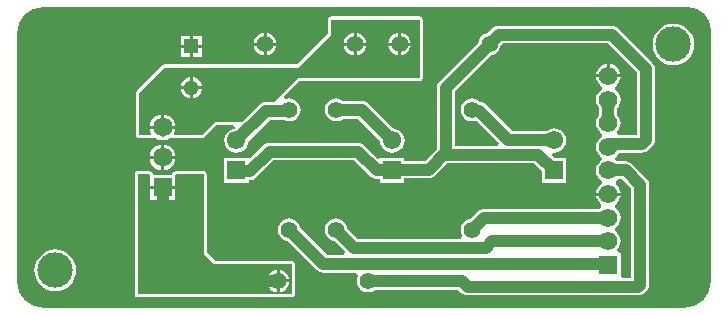
<source format=gbl>
G04*
G04 #@! TF.GenerationSoftware,Altium Limited,Altium Designer,20.0.10 (225)*
G04*
G04 Layer_Physical_Order=2*
G04 Layer_Color=16711680*
%FSLAX25Y25*%
%MOIN*%
G70*
G01*
G75*
%ADD14C,0.01181*%
%ADD18R,0.05118X0.05118*%
%ADD19C,0.05118*%
%ADD27C,0.03937*%
%ADD28C,0.05512*%
%ADD29C,0.06496*%
%ADD30R,0.06496X0.06496*%
%ADD31R,0.06102X0.06102*%
%ADD32C,0.06102*%
%ADD33C,0.06181*%
%ADD34R,0.06181X0.06181*%
%ADD35C,0.11811*%
G36*
X489506Y499733D02*
X490770Y499210D01*
X491907Y498450D01*
X492874Y497483D01*
X493634Y496346D01*
X494158Y495082D01*
X494424Y493741D01*
Y493057D01*
X494402Y493045D01*
X494400Y492100D01*
Y409003D01*
X494374Y409000D01*
X494374Y409000D01*
Y408581D01*
X494325Y407978D01*
X494071Y406703D01*
X493478Y405270D01*
X492616Y403981D01*
X491519Y402884D01*
X490230Y402022D01*
X488797Y401429D01*
X487483Y401167D01*
X486500Y401126D01*
D01*
X485518Y401100D01*
X272374Y401126D01*
X271599D01*
X270077Y401429D01*
X268644Y402022D01*
X267355Y402884D01*
X266258Y403981D01*
X265396Y405270D01*
X264803Y406703D01*
X264500Y408224D01*
Y409000D01*
Y492097D01*
X264526Y492100D01*
X264526Y492100D01*
Y492519D01*
X264575Y493122D01*
X264829Y494397D01*
X265422Y495830D01*
X266284Y497119D01*
X267381Y498216D01*
X268670Y499078D01*
X270103Y499671D01*
X271624Y499974D01*
X272400D01*
X272500Y500000D01*
X488165D01*
X489506Y499733D01*
D02*
G37*
%LPC*%
G36*
X347000Y492023D02*
Y488800D01*
X350222D01*
X350159Y489281D01*
X349781Y490194D01*
X349179Y490979D01*
X348394Y491581D01*
X347481Y491959D01*
X347000Y492023D01*
D02*
G37*
G36*
X346000D02*
X345519Y491959D01*
X344606Y491581D01*
X343821Y490979D01*
X343219Y490194D01*
X342841Y489281D01*
X342777Y488800D01*
X346000D01*
Y492023D01*
D02*
G37*
G36*
X325459Y491159D02*
X322400D01*
Y488100D01*
X325459D01*
Y491159D01*
D02*
G37*
G36*
X321400D02*
X318341D01*
Y488100D01*
X321400D01*
Y491159D01*
D02*
G37*
G36*
X350222Y487800D02*
X347000D01*
Y484578D01*
X347481Y484641D01*
X348394Y485019D01*
X349179Y485621D01*
X349781Y486406D01*
X350159Y487320D01*
X350222Y487800D01*
D02*
G37*
G36*
X346000D02*
X342777D01*
X342841Y487320D01*
X343219Y486406D01*
X343821Y485621D01*
X344606Y485019D01*
X345519Y484641D01*
X346000Y484578D01*
Y487800D01*
D02*
G37*
G36*
X325459Y487100D02*
X322400D01*
Y484041D01*
X325459D01*
Y487100D01*
D02*
G37*
G36*
X321400D02*
X318341D01*
Y484041D01*
X321400D01*
Y487100D01*
D02*
G37*
G36*
X398000Y497520D02*
X368500Y497520D01*
X368110Y497442D01*
X367779Y497221D01*
X367558Y496890D01*
X367480Y496500D01*
X367480Y491922D01*
X357078Y481520D01*
X313000Y481520D01*
X312610Y481442D01*
X312279Y481221D01*
X303779Y472721D01*
X303558Y472390D01*
X303480Y472000D01*
Y458000D01*
X303558Y457610D01*
X303779Y457279D01*
X304110Y457058D01*
X304500Y456980D01*
X308341D01*
X308535Y457019D01*
X308728Y457057D01*
X308730Y457058D01*
X308731Y457058D01*
X308894Y457167D01*
X309060Y457277D01*
X309148Y457249D01*
X310001Y456951D01*
X310033Y456932D01*
X310158Y456837D01*
X311191Y456409D01*
X312300Y456263D01*
X313409Y456409D01*
X314442Y456837D01*
X314567Y456932D01*
X314599Y456951D01*
X315452Y457249D01*
X315540Y457277D01*
X315706Y457167D01*
X315869Y457058D01*
X315870Y457058D01*
X315872Y457057D01*
X316066Y457019D01*
X316259Y456980D01*
X325500D01*
X325890Y457058D01*
X326221Y457279D01*
X330422Y461480D01*
X335800Y461480D01*
X336347Y460480D01*
X336145Y460165D01*
X335862Y460128D01*
X334877Y459720D01*
X334030Y459070D01*
X333381Y458224D01*
X332973Y457239D01*
X332834Y456181D01*
X332973Y455124D01*
X333381Y454138D01*
X334030Y453292D01*
X334877Y452642D01*
X335862Y452234D01*
X336920Y452095D01*
X337977Y452234D01*
X338963Y452642D01*
X339809Y453292D01*
X340458Y454138D01*
X340867Y455124D01*
X340983Y456010D01*
X347979Y463006D01*
X352979D01*
X353620Y462741D01*
X354600Y462612D01*
X355580Y462741D01*
X356494Y463119D01*
X357279Y463721D01*
X357881Y464506D01*
X358259Y465419D01*
X358388Y466400D01*
X358259Y467381D01*
X357881Y468294D01*
X357279Y469079D01*
X356494Y469681D01*
X355580Y470059D01*
X354600Y470188D01*
X353620Y470059D01*
X353271Y469915D01*
X352705Y470763D01*
X357922Y475980D01*
X398000D01*
X398390Y476058D01*
X398721Y476279D01*
X398942Y476610D01*
X399020Y477000D01*
X399020Y496500D01*
X398942Y496890D01*
X398721Y497221D01*
X398390Y497442D01*
X398000Y497520D01*
D02*
G37*
G36*
X482590Y495128D02*
X481237Y494995D01*
X479935Y494600D01*
X478735Y493959D01*
X477684Y493095D01*
X476821Y492044D01*
X476180Y490844D01*
X475785Y489543D01*
X475652Y488189D01*
X475785Y486835D01*
X476180Y485534D01*
X476821Y484334D01*
X477684Y483282D01*
X478735Y482419D01*
X479935Y481778D01*
X481237Y481383D01*
X482590Y481250D01*
X483944Y481383D01*
X485246Y481778D01*
X486446Y482419D01*
X487497Y483282D01*
X488360Y484334D01*
X489001Y485534D01*
X489396Y486835D01*
X489530Y488189D01*
X489396Y489543D01*
X489001Y490844D01*
X488360Y492044D01*
X487497Y493095D01*
X486446Y493959D01*
X485246Y494600D01*
X483944Y494995D01*
X482590Y495128D01*
D02*
G37*
G36*
X461437Y481756D02*
Y478196D01*
X464997D01*
X464922Y478764D01*
X464510Y479759D01*
X463854Y480614D01*
X463000Y481269D01*
X462005Y481681D01*
X461437Y481756D01*
D02*
G37*
G36*
X460437D02*
X459869Y481681D01*
X458874Y481269D01*
X458020Y480614D01*
X457364Y479759D01*
X456952Y478764D01*
X456877Y478196D01*
X460437D01*
Y481756D01*
D02*
G37*
G36*
X462000Y494494D02*
X424394D01*
X423619Y494392D01*
X423196Y494217D01*
X422897Y494093D01*
X422276Y493617D01*
X420664Y492005D01*
X420320Y491959D01*
X419406Y491581D01*
X418621Y490979D01*
X418019Y490194D01*
X417641Y489281D01*
X417579Y488814D01*
X404633Y475867D01*
X404157Y475247D01*
X403858Y474525D01*
X403756Y473750D01*
Y453490D01*
X399760Y449494D01*
X392939D01*
Y450232D01*
X384837D01*
Y450232D01*
X384247Y449988D01*
X379617Y454617D01*
X378997Y455093D01*
X378275Y455392D01*
X377500Y455494D01*
X348000D01*
X347225Y455392D01*
X346503Y455093D01*
X345883Y454617D01*
X341344Y450078D01*
X340971Y450232D01*
Y450232D01*
X332869D01*
Y442130D01*
X340971D01*
Y443006D01*
X341500D01*
X342275Y443108D01*
X342997Y443407D01*
X343617Y443883D01*
X349240Y449506D01*
X376260D01*
X381702Y444064D01*
X382322Y443588D01*
X383044Y443289D01*
X383819Y443187D01*
X384837D01*
Y442130D01*
X392939D01*
Y443506D01*
X401000D01*
X401775Y443608D01*
X402497Y443907D01*
X403117Y444383D01*
X407240Y448506D01*
X436187D01*
X438695Y445998D01*
Y442130D01*
X446798D01*
Y450232D01*
X442930D01*
X441974Y451188D01*
X442441Y452135D01*
X442746Y452095D01*
X443804Y452234D01*
X444790Y452642D01*
X445636Y453292D01*
X446285Y454138D01*
X446693Y455124D01*
X446833Y456181D01*
X446693Y457239D01*
X446285Y458224D01*
X445636Y459070D01*
X444790Y459720D01*
X443804Y460128D01*
X442746Y460267D01*
X441689Y460128D01*
X440703Y459720D01*
X440409Y459494D01*
X428740D01*
X420018Y468216D01*
X419398Y468692D01*
X418676Y468991D01*
X418198Y469054D01*
X418179Y469079D01*
X417394Y469681D01*
X416480Y470059D01*
X415500Y470188D01*
X414520Y470059D01*
X413606Y469681D01*
X412821Y469079D01*
X412219Y468294D01*
X411841Y467381D01*
X411712Y466400D01*
X411841Y465419D01*
X412219Y464506D01*
X412821Y463721D01*
X413606Y463119D01*
X414520Y462741D01*
X415500Y462612D01*
X416480Y462741D01*
X416865Y462900D01*
X424348Y455418D01*
X423965Y454494D01*
X409744D01*
Y472510D01*
X421814Y484579D01*
X422281Y484641D01*
X423194Y485019D01*
X423979Y485621D01*
X424581Y486406D01*
X424959Y487320D01*
X425037Y487909D01*
X425634Y488506D01*
X460760D01*
X470506Y478760D01*
Y458060D01*
X464231D01*
X463896Y458923D01*
X463877Y459059D01*
X464510Y459885D01*
X464922Y460880D01*
X465063Y461948D01*
X464922Y463016D01*
X464510Y464011D01*
X463931Y464766D01*
Y467005D01*
X464510Y467759D01*
X464922Y468754D01*
X465063Y469822D01*
X464922Y470890D01*
X464510Y471885D01*
X463854Y472740D01*
X463300Y473165D01*
X463221Y473418D01*
Y474100D01*
X463300Y474353D01*
X463854Y474779D01*
X464510Y475633D01*
X464922Y476628D01*
X464997Y477196D01*
X456877D01*
X456952Y476628D01*
X457364Y475633D01*
X458020Y474779D01*
X458574Y474353D01*
X458653Y474100D01*
Y473418D01*
X458574Y473165D01*
X458020Y472740D01*
X457364Y471885D01*
X456952Y470890D01*
X456811Y469822D01*
X456952Y468754D01*
X457364Y467759D01*
X457943Y467005D01*
Y464766D01*
X457364Y464011D01*
X456952Y463016D01*
X456811Y461948D01*
X456952Y460880D01*
X457364Y459885D01*
X458020Y459031D01*
X458574Y458605D01*
X458653Y458352D01*
Y457670D01*
X458574Y457417D01*
X458020Y456991D01*
X457364Y456137D01*
X456952Y455142D01*
X456811Y454074D01*
X456952Y453006D01*
X457364Y452011D01*
X458020Y451157D01*
X458574Y450731D01*
X458653Y450478D01*
Y449796D01*
X458574Y449543D01*
X458020Y449117D01*
X457364Y448263D01*
X456952Y447268D01*
X456811Y446200D01*
X456952Y445132D01*
X457364Y444137D01*
X458020Y443283D01*
X458574Y442857D01*
X458653Y442604D01*
Y441922D01*
X458574Y441669D01*
X458020Y441243D01*
X457364Y440389D01*
X456952Y439394D01*
X456877Y438826D01*
X464997D01*
X464922Y439394D01*
X464510Y440389D01*
X463854Y441243D01*
X463479Y441532D01*
X463389Y442601D01*
X463972Y443206D01*
X465560D01*
X468506Y440260D01*
Y410494D01*
X465978D01*
X465028Y410613D01*
Y418794D01*
X464368D01*
X464085Y419272D01*
X463957Y419795D01*
X464510Y420515D01*
X464922Y421510D01*
X465063Y422578D01*
X464922Y423646D01*
X464510Y424641D01*
X463854Y425495D01*
X463300Y425921D01*
X463221Y426174D01*
Y426856D01*
X463300Y427109D01*
X463854Y427534D01*
X464510Y428389D01*
X464922Y429384D01*
X465063Y430452D01*
X464922Y431520D01*
X464510Y432515D01*
X463854Y433369D01*
X463300Y433795D01*
X463221Y434048D01*
Y434730D01*
X463300Y434983D01*
X463854Y435409D01*
X464510Y436263D01*
X464922Y437258D01*
X464997Y437826D01*
X456877D01*
X456952Y437258D01*
X457364Y436263D01*
X458020Y435409D01*
X458395Y435120D01*
X458485Y434051D01*
X457902Y433446D01*
X419552D01*
X418777Y433344D01*
X418354Y433169D01*
X418055Y433045D01*
X417435Y432569D01*
X414986Y430121D01*
X414520Y430059D01*
X413606Y429681D01*
X412821Y429079D01*
X412219Y428294D01*
X411841Y427381D01*
X411712Y426400D01*
X411841Y425420D01*
X412219Y424506D01*
X412228Y424494D01*
X411735Y423494D01*
X377340D01*
X373921Y426914D01*
X373859Y427381D01*
X373481Y428294D01*
X372879Y429079D01*
X372094Y429681D01*
X371181Y430059D01*
X370200Y430188D01*
X369219Y430059D01*
X368306Y429681D01*
X367521Y429079D01*
X366919Y428294D01*
X366541Y427381D01*
X366412Y426400D01*
X366541Y425420D01*
X366919Y424506D01*
X367521Y423721D01*
X368306Y423119D01*
X369219Y422741D01*
X369686Y422679D01*
X373247Y419118D01*
X372833Y418118D01*
X367116D01*
X358321Y426914D01*
X358259Y427381D01*
X357881Y428294D01*
X357279Y429079D01*
X356494Y429681D01*
X355580Y430059D01*
X354600Y430188D01*
X353620Y430059D01*
X352706Y429681D01*
X351921Y429079D01*
X351319Y428294D01*
X350941Y427381D01*
X350812Y426400D01*
X350941Y425420D01*
X351319Y424506D01*
X351921Y423721D01*
X352706Y423119D01*
X353620Y422741D01*
X354086Y422679D01*
X363758Y413007D01*
X364378Y412531D01*
X364678Y412407D01*
X365101Y412232D01*
X365876Y412130D01*
X376900D01*
X377226Y411691D01*
X377451Y411130D01*
X377141Y410381D01*
X377012Y409400D01*
X377141Y408420D01*
X377519Y407506D01*
X378121Y406721D01*
X378906Y406119D01*
X379819Y405741D01*
X380800Y405612D01*
X381781Y405741D01*
X382694Y406119D01*
X383068Y406406D01*
X410860D01*
X411883Y405383D01*
X412503Y404907D01*
X413225Y404608D01*
X414000Y404506D01*
X470914D01*
X471689Y404608D01*
X472411Y404907D01*
X473031Y405383D01*
X473617Y405969D01*
X474093Y406589D01*
X474217Y406888D01*
X474392Y407311D01*
X474494Y408086D01*
Y441500D01*
X474392Y442275D01*
X474093Y442997D01*
X473617Y443617D01*
X468917Y448317D01*
X468297Y448793D01*
X467575Y449092D01*
X466800Y449194D01*
X463755D01*
X463300Y449543D01*
X463221Y449796D01*
Y450478D01*
X463300Y450731D01*
X463854Y451157D01*
X464510Y452011D01*
X464535Y452071D01*
X472065D01*
X472840Y452173D01*
X473562Y452472D01*
X474183Y452948D01*
X475617Y454383D01*
X476093Y455003D01*
X476392Y455725D01*
X476494Y456500D01*
Y480000D01*
X476392Y480775D01*
X476093Y481497D01*
X475617Y482117D01*
X464117Y493617D01*
X463497Y494093D01*
X462775Y494392D01*
X462000Y494494D01*
D02*
G37*
G36*
X370200Y470188D02*
X369219Y470059D01*
X368306Y469681D01*
X367521Y469079D01*
X366919Y468294D01*
X366541Y467381D01*
X366412Y466400D01*
X366541Y465419D01*
X366919Y464506D01*
X367521Y463721D01*
X368306Y463119D01*
X369219Y462741D01*
X370200Y462612D01*
X371181Y462741D01*
X372094Y463119D01*
X372468Y463406D01*
X377429D01*
X384824Y456010D01*
X384941Y455124D01*
X385349Y454138D01*
X385999Y453292D01*
X386845Y452642D01*
X387831Y452234D01*
X388888Y452095D01*
X389946Y452234D01*
X390931Y452642D01*
X391777Y453292D01*
X392427Y454138D01*
X392835Y455124D01*
X392974Y456181D01*
X392835Y457239D01*
X392427Y458224D01*
X391777Y459070D01*
X390931Y459720D01*
X389946Y460128D01*
X389059Y460245D01*
X380786Y468517D01*
X380166Y468993D01*
X379444Y469292D01*
X378669Y469394D01*
X372468D01*
X372094Y469681D01*
X371181Y470059D01*
X370200Y470188D01*
D02*
G37*
G36*
X312800Y454766D02*
Y451047D01*
X316519D01*
X316439Y451656D01*
X316011Y452690D01*
X315330Y453577D01*
X314442Y454258D01*
X313409Y454686D01*
X312800Y454766D01*
D02*
G37*
G36*
X311800D02*
X311191Y454686D01*
X310158Y454258D01*
X309270Y453577D01*
X308589Y452690D01*
X308161Y451656D01*
X308081Y451047D01*
X311800D01*
Y454766D01*
D02*
G37*
G36*
X316519Y450047D02*
X312800D01*
Y446328D01*
X313409Y446409D01*
X314442Y446837D01*
X315330Y447517D01*
X316011Y448405D01*
X316439Y449438D01*
X316519Y450047D01*
D02*
G37*
G36*
X311800D02*
X308081D01*
X308161Y449438D01*
X308589Y448405D01*
X309270Y447517D01*
X310158Y446837D01*
X311191Y446409D01*
X311800Y446328D01*
Y450047D01*
D02*
G37*
G36*
X326000Y446020D02*
X316963D01*
X316930Y446013D01*
X316897Y446017D01*
X316736Y445974D01*
X316573Y445942D01*
X316545Y445923D01*
X316512Y445915D01*
X316097Y445710D01*
X315965Y445609D01*
X315827Y445516D01*
X315808Y445488D01*
X315781Y445468D01*
X315698Y445324D01*
X315606Y445186D01*
X315599Y445152D01*
X315583Y445123D01*
X315561Y444958D01*
X315528Y444795D01*
X309071D01*
X309039Y444958D01*
X309017Y445123D01*
X309000Y445152D01*
X308994Y445186D01*
X308902Y445324D01*
X308819Y445468D01*
X308792Y445488D01*
X308773Y445516D01*
X308635Y445609D01*
X308503Y445710D01*
X308088Y445915D01*
X308055Y445923D01*
X308027Y445942D01*
X307864Y445974D01*
X307703Y446017D01*
X307670Y446013D01*
X307637Y446020D01*
X304000D01*
X303610Y445942D01*
X303279Y445721D01*
X303058Y445390D01*
X302980Y445000D01*
Y405000D01*
X303058Y404610D01*
X303279Y404279D01*
X303610Y404058D01*
X304000Y403980D01*
X355500Y403980D01*
X355890Y404058D01*
X356221Y404279D01*
X356442Y404610D01*
X356520Y405000D01*
X356520Y415000D01*
X356442Y415390D01*
X356221Y415721D01*
X355890Y415942D01*
X355500Y416020D01*
X329922D01*
X327020Y418922D01*
Y445000D01*
X326942Y445390D01*
X326721Y445721D01*
X326390Y445942D01*
X326000Y446020D01*
D02*
G37*
G36*
X276538Y419848D02*
X275184Y419715D01*
X273882Y419320D01*
X272683Y418679D01*
X271631Y417816D01*
X270768Y416764D01*
X270127Y415565D01*
X269732Y414263D01*
X269599Y412910D01*
X269732Y411556D01*
X270127Y410254D01*
X270768Y409054D01*
X271631Y408003D01*
X272683Y407140D01*
X273882Y406499D01*
X275184Y406104D01*
X276538Y405970D01*
X277891Y406104D01*
X279193Y406499D01*
X280393Y407140D01*
X281444Y408003D01*
X282307Y409054D01*
X282948Y410254D01*
X283343Y411556D01*
X283477Y412910D01*
X283343Y414263D01*
X282948Y415565D01*
X282307Y416764D01*
X281444Y417816D01*
X280393Y418679D01*
X279193Y419320D01*
X277891Y419715D01*
X276538Y419848D01*
D02*
G37*
%LPD*%
G36*
X398000Y477000D02*
X357500D01*
X349494Y468994D01*
X346739D01*
X345964Y468892D01*
X345541Y468717D01*
X345241Y468593D01*
X344621Y468117D01*
X339004Y462500D01*
X330000Y462500D01*
X325500Y458000D01*
X316259D01*
X316050Y458500D01*
X316439Y459438D01*
X316519Y460047D01*
X308081D01*
X308161Y459438D01*
X308550Y458500D01*
X308341Y458000D01*
X304500D01*
Y472000D01*
X313000Y480500D01*
X357500Y480500D01*
X368500Y491500D01*
X368500Y496500D01*
X398000Y496500D01*
X398000Y477000D01*
D02*
G37*
%LPC*%
G36*
X391800Y492023D02*
Y488800D01*
X395023D01*
X394959Y489281D01*
X394581Y490194D01*
X393979Y490979D01*
X393194Y491581D01*
X392281Y491959D01*
X391800Y492023D01*
D02*
G37*
G36*
X390800D02*
X390319Y491959D01*
X389406Y491581D01*
X388621Y490979D01*
X388019Y490194D01*
X387641Y489281D01*
X387578Y488800D01*
X390800D01*
Y492023D01*
D02*
G37*
G36*
X377000D02*
Y488800D01*
X380223D01*
X380159Y489281D01*
X379781Y490194D01*
X379179Y490979D01*
X378394Y491581D01*
X377481Y491959D01*
X377000Y492023D01*
D02*
G37*
G36*
X376000D02*
X375519Y491959D01*
X374606Y491581D01*
X373821Y490979D01*
X373219Y490194D01*
X372841Y489281D01*
X372778Y488800D01*
X376000D01*
Y492023D01*
D02*
G37*
G36*
X395023Y487800D02*
X391800D01*
Y484578D01*
X392281Y484641D01*
X393194Y485019D01*
X393979Y485621D01*
X394581Y486406D01*
X394959Y487320D01*
X395023Y487800D01*
D02*
G37*
G36*
X390800D02*
X387578D01*
X387641Y487320D01*
X388019Y486406D01*
X388621Y485621D01*
X389406Y485019D01*
X390319Y484641D01*
X390800Y484578D01*
Y487800D01*
D02*
G37*
G36*
X380223D02*
X377000D01*
Y484578D01*
X377481Y484641D01*
X378394Y485019D01*
X379179Y485621D01*
X379781Y486406D01*
X380159Y487320D01*
X380223Y487800D01*
D02*
G37*
G36*
X376000D02*
X372778D01*
X372841Y487320D01*
X373219Y486406D01*
X373821Y485621D01*
X374606Y485019D01*
X375519Y484641D01*
X376000Y484578D01*
Y487800D01*
D02*
G37*
G36*
X322400Y477344D02*
Y474321D01*
X325424D01*
X325367Y474750D01*
X325009Y475615D01*
X324438Y476359D01*
X323695Y476929D01*
X322829Y477288D01*
X322400Y477344D01*
D02*
G37*
G36*
X321400D02*
X320971Y477288D01*
X320105Y476929D01*
X319362Y476359D01*
X318791Y475615D01*
X318433Y474750D01*
X318376Y474321D01*
X321400D01*
Y477344D01*
D02*
G37*
G36*
X325424Y473320D02*
X322400D01*
Y470297D01*
X322829Y470353D01*
X323695Y470712D01*
X324438Y471282D01*
X325009Y472026D01*
X325367Y472891D01*
X325424Y473320D01*
D02*
G37*
G36*
X321400D02*
X318376D01*
X318433Y472891D01*
X318791Y472026D01*
X319362Y471282D01*
X320105Y470712D01*
X320971Y470353D01*
X321400Y470297D01*
Y473320D01*
D02*
G37*
G36*
X312800Y464766D02*
Y461047D01*
X316519D01*
X316439Y461656D01*
X316011Y462690D01*
X315330Y463577D01*
X314442Y464258D01*
X313409Y464686D01*
X312800Y464766D01*
D02*
G37*
G36*
X311800D02*
X311191Y464686D01*
X310158Y464258D01*
X309270Y463577D01*
X308589Y462690D01*
X308161Y461656D01*
X308081Y461047D01*
X311800D01*
Y464766D01*
D02*
G37*
%LPD*%
G36*
X326000Y418500D02*
X329500Y415000D01*
X355500D01*
X355500Y405000D01*
X304000Y405000D01*
Y445000D01*
X307637D01*
X308052Y444795D01*
X308052Y444500D01*
Y441047D01*
X316548D01*
Y444500D01*
X316548Y444795D01*
X316963Y445000D01*
X326000D01*
Y418500D01*
D02*
G37*
%LPC*%
G36*
X316548Y440047D02*
X312800D01*
Y436299D01*
X316548D01*
Y440047D01*
D02*
G37*
G36*
X311800D02*
X308052D01*
Y436299D01*
X311800D01*
Y440047D01*
D02*
G37*
G36*
X351300Y413123D02*
Y409900D01*
X354522D01*
X354459Y410381D01*
X354081Y411294D01*
X353479Y412079D01*
X352694Y412681D01*
X351781Y413059D01*
X351300Y413123D01*
D02*
G37*
G36*
X350300D02*
X349819Y413059D01*
X348906Y412681D01*
X348121Y412079D01*
X347519Y411294D01*
X347141Y410381D01*
X347077Y409900D01*
X350300D01*
Y413123D01*
D02*
G37*
G36*
X354522Y408900D02*
X351300D01*
Y405678D01*
X351781Y405741D01*
X352694Y406119D01*
X353479Y406721D01*
X354081Y407506D01*
X354459Y408420D01*
X354522Y408900D01*
D02*
G37*
G36*
X350300D02*
X347077D01*
X347141Y408420D01*
X347519Y407506D01*
X348121Y406721D01*
X348906Y406119D01*
X349819Y405741D01*
X350300Y405678D01*
Y408900D01*
D02*
G37*
%LPD*%
D14*
X486500Y401126D02*
G03*
X494374Y409000I0J7874D01*
G01*
X494424Y493057D02*
G03*
X487481Y500000I-6943J0D01*
G01*
X272400Y499974D02*
G03*
X264526Y492100I0J-7874D01*
G01*
X264500Y409000D02*
G03*
X272374Y401126I7874J0D01*
G01*
X486500Y401100D01*
Y401126D01*
X494374Y409000D02*
X494400Y408900D01*
Y492100D01*
X494402Y493045D01*
X494424Y493057D01*
X272500Y500000D02*
X487481D01*
X272400Y499974D02*
X272500Y500000D01*
X264500Y492200D02*
X264526Y492100D01*
X264500Y409000D02*
Y492200D01*
D18*
X321900Y487600D02*
D03*
D19*
Y473820D02*
D03*
D27*
X406750Y452250D02*
Y473750D01*
X421500Y488500D01*
X421300Y488300D02*
Y488406D01*
X424394Y491500D01*
X462000D01*
X417901Y466099D02*
X427500Y456500D01*
X442428D01*
X442746Y456181D01*
X406000Y451500D02*
X437428D01*
X442746Y446181D01*
X415500Y466400D02*
X415801Y466099D01*
X417901D01*
X383171Y415124D02*
X383295Y415000D01*
X460641D02*
X460937Y414704D01*
X383295Y415000D02*
X460641D01*
X381600Y409400D02*
X412100D01*
X414000Y407500D01*
X470914D01*
X376100Y420500D02*
X420000D01*
X422078Y422578D01*
X370500Y426100D02*
X376100Y420500D01*
X365876Y415124D02*
X383171D01*
X460937Y462063D02*
X461000Y462000D01*
X460937Y462063D02*
Y469822D01*
X354600Y426400D02*
X365876Y415124D01*
X350400Y409400D02*
X351000Y410000D01*
X330600Y409400D02*
X350400D01*
X312300Y427700D02*
X330600Y409400D01*
X312300Y427700D02*
Y440547D01*
X473500Y456500D02*
Y480000D01*
X461928Y455065D02*
X472065D01*
X473500Y456500D01*
X460937Y454074D02*
X461928Y455065D01*
X462000Y491500D02*
X473500Y480000D01*
X419552Y430452D02*
X460937D01*
X416600Y427500D02*
X419552Y430452D01*
X416500Y427500D02*
X416600D01*
X370500Y426100D02*
Y426500D01*
X422078Y422578D02*
X460937D01*
X471500Y408086D02*
Y441500D01*
X470914Y407500D02*
X471500Y408086D01*
X460937Y446200D02*
X466800D01*
X471500Y441500D01*
X370200Y466400D02*
X378669D01*
X388500Y456569D01*
Y456500D02*
Y456569D01*
X346739Y466000D02*
X354500D01*
X336920Y456181D02*
X346739Y466000D01*
X401000Y446500D02*
X406750Y452250D01*
X338000Y446000D02*
X341500D01*
X348000Y452500D02*
X377500D01*
X341500Y446000D02*
X348000Y452500D01*
X383819Y446181D02*
X388888D01*
X377500Y452500D02*
X383819Y446181D01*
X389000Y446500D02*
X401000D01*
D28*
X346500Y488300D02*
D03*
X376500D02*
D03*
X415500Y466400D02*
D03*
Y426400D02*
D03*
X391300Y488300D02*
D03*
X421300D02*
D03*
X350800Y409400D02*
D03*
X380800D02*
D03*
X354600Y466400D02*
D03*
Y426400D02*
D03*
X370200Y466400D02*
D03*
Y426400D02*
D03*
D29*
X312300Y460547D02*
D03*
Y450547D02*
D03*
D30*
Y440547D02*
D03*
D31*
X336920Y446181D02*
D03*
X388888D02*
D03*
X442746D02*
D03*
D32*
X336920Y456181D02*
D03*
X388888D02*
D03*
X442746D02*
D03*
D33*
X460937Y477696D02*
D03*
Y469822D02*
D03*
Y461948D02*
D03*
Y454074D02*
D03*
Y446200D02*
D03*
Y438326D02*
D03*
Y430452D02*
D03*
Y422578D02*
D03*
D34*
Y414704D02*
D03*
D35*
X482590Y488189D02*
D03*
X276538Y412910D02*
D03*
M02*

</source>
